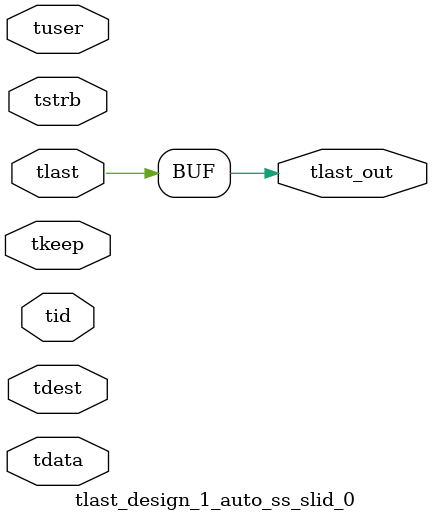
<source format=v>


`timescale 1ps/1ps

module tlast_design_1_auto_ss_slid_0 #
(
parameter C_S_AXIS_TID_WIDTH   = 1,
parameter C_S_AXIS_TUSER_WIDTH = 0,
parameter C_S_AXIS_TDATA_WIDTH = 0,
parameter C_S_AXIS_TDEST_WIDTH = 0
)
(
input  [(C_S_AXIS_TID_WIDTH   == 0 ? 1 : C_S_AXIS_TID_WIDTH)-1:0       ] tid,
input  [(C_S_AXIS_TDATA_WIDTH == 0 ? 1 : C_S_AXIS_TDATA_WIDTH)-1:0     ] tdata,
input  [(C_S_AXIS_TUSER_WIDTH == 0 ? 1 : C_S_AXIS_TUSER_WIDTH)-1:0     ] tuser,
input  [(C_S_AXIS_TDEST_WIDTH == 0 ? 1 : C_S_AXIS_TDEST_WIDTH)-1:0     ] tdest,
input  [(C_S_AXIS_TDATA_WIDTH/8)-1:0 ] tkeep,
input  [(C_S_AXIS_TDATA_WIDTH/8)-1:0 ] tstrb,
input  [0:0]                                                             tlast,
output                                                                   tlast_out
);

assign tlast_out = {tlast};

endmodule


</source>
